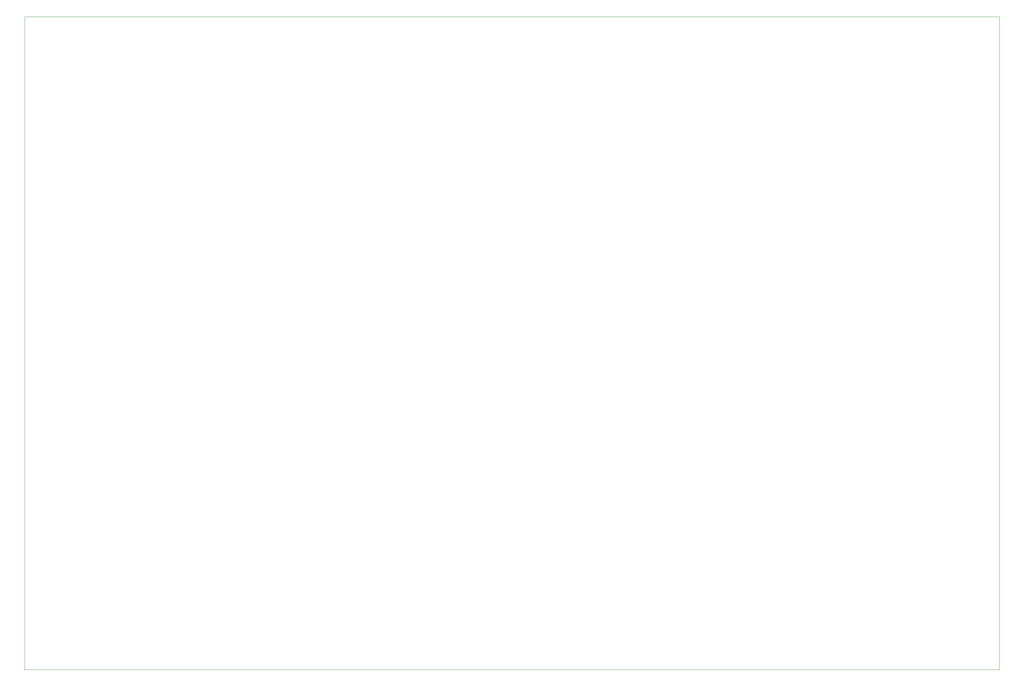
<source format=gbp>
G04 #@! TF.GenerationSoftware,KiCad,Pcbnew,(6.0.4)*
G04 #@! TF.CreationDate,2022-04-26T08:41:27+02:00*
G04 #@! TF.ProjectId,Kniffel_V1,4b6e6966-6665-46c5-9f56-312e6b696361,rev?*
G04 #@! TF.SameCoordinates,Original*
G04 #@! TF.FileFunction,Paste,Bot*
G04 #@! TF.FilePolarity,Positive*
%FSLAX46Y46*%
G04 Gerber Fmt 4.6, Leading zero omitted, Abs format (unit mm)*
G04 Created by KiCad (PCBNEW (6.0.4)) date 2022-04-26 08:41:27*
%MOMM*%
%LPD*%
G01*
G04 APERTURE LIST*
G04 #@! TA.AperFunction,Profile*
%ADD10C,0.100000*%
G04 #@! TD*
G04 APERTURE END LIST*
D10*
X289560000Y-20320000D02*
X289560000Y-195580000D01*
X27940000Y-20320000D02*
X289560000Y-20320000D01*
X27940000Y-195580000D02*
X27940000Y-20320000D01*
X289560000Y-195580000D02*
X27940000Y-195580000D01*
X289560000Y-180340000D02*
X289560000Y-180340000D01*
M02*

</source>
